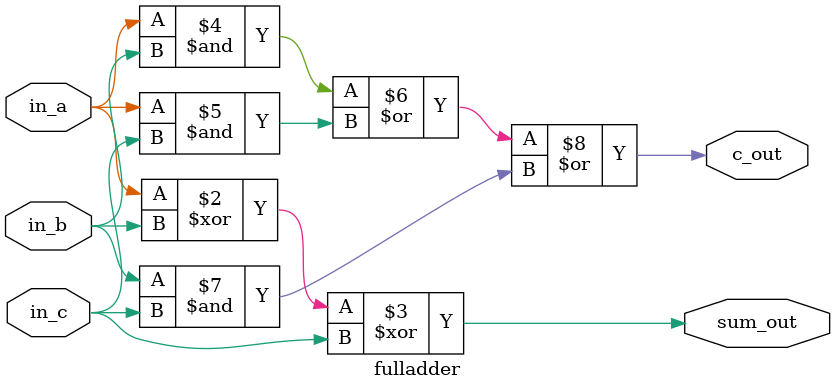
<source format=v>
`timescale 1ns / 1ps
module fulladder(
    input wire in_a,
    input wire in_b,
    output reg sum_out,
    output reg c_out,
    input wire in_c
    );
always @*
begin
  sum_out = in_a^in_b^in_c;
  c_out = (in_a&in_b)|(in_a&in_c)|(in_b&in_c);
end

endmodule

</source>
